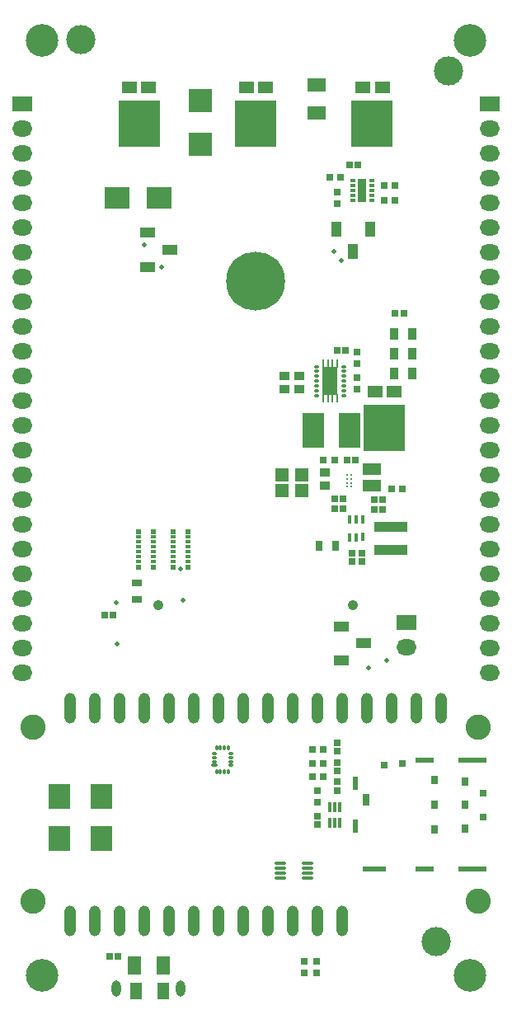
<source format=gbs>
G04*
G04 #@! TF.GenerationSoftware,Altium Limited,Altium Designer,22.7.1 (60)*
G04*
G04 Layer_Color=16711935*
%FSLAX25Y25*%
%MOIN*%
G70*
G04*
G04 #@! TF.SameCoordinates,24E4937F-31BC-4FDA-B361-D206D476748A*
G04*
G04*
G04 #@! TF.FilePolarity,Negative*
G04*
G01*
G75*
%ADD33C,0.11811*%
%ADD34R,0.08071X0.06496*%
%ADD35O,0.08071X0.06496*%
%ADD36O,0.03740X0.06496*%
%ADD37C,0.04134*%
%ADD38C,0.23819*%
G04:AMPARAMS|DCode=39|XSize=45.28mil|YSize=124.02mil|CornerRadius=22.64mil|HoleSize=0mil|Usage=FLASHONLY|Rotation=0.000|XOffset=0mil|YOffset=0mil|HoleType=Round|Shape=RoundedRectangle|*
%AMROUNDEDRECTD39*
21,1,0.04528,0.07874,0,0,0.0*
21,1,0.00000,0.12402,0,0,0.0*
1,1,0.04528,0.00000,-0.03937*
1,1,0.04528,0.00000,-0.03937*
1,1,0.04528,0.00000,0.03937*
1,1,0.04528,0.00000,0.03937*
%
%ADD39ROUNDEDRECTD39*%
G04:AMPARAMS|DCode=40|XSize=47.64mil|YSize=124.02mil|CornerRadius=23.82mil|HoleSize=0mil|Usage=FLASHONLY|Rotation=0.000|XOffset=0mil|YOffset=0mil|HoleType=Round|Shape=RoundedRectangle|*
%AMROUNDEDRECTD40*
21,1,0.04764,0.07638,0,0,0.0*
21,1,0.00000,0.12402,0,0,0.0*
1,1,0.04764,0.00000,-0.03819*
1,1,0.04764,0.00000,-0.03819*
1,1,0.04764,0.00000,0.03819*
1,1,0.04764,0.00000,0.03819*
%
%ADD40ROUNDEDRECTD40*%
%ADD41C,0.10197*%
%ADD42C,0.13189*%
%ADD43C,0.01968*%
%ADD112R,0.05709X0.05315*%
%ADD113R,0.06496X0.04134*%
G04:AMPARAMS|DCode=114|XSize=20.2mil|YSize=10.63mil|CornerRadius=2.07mil|HoleSize=0mil|Usage=FLASHONLY|Rotation=270.000|XOffset=0mil|YOffset=0mil|HoleType=Round|Shape=RoundedRectangle|*
%AMROUNDEDRECTD114*
21,1,0.02020,0.00650,0,0,270.0*
21,1,0.01606,0.01063,0,0,270.0*
1,1,0.00413,-0.00325,-0.00803*
1,1,0.00413,-0.00325,0.00803*
1,1,0.00413,0.00325,0.00803*
1,1,0.00413,0.00325,-0.00803*
%
%ADD114ROUNDEDRECTD114*%
G04:AMPARAMS|DCode=115|XSize=24.1mil|YSize=10.83mil|CornerRadius=2.09mil|HoleSize=0mil|Usage=FLASHONLY|Rotation=0.000|XOffset=0mil|YOffset=0mil|HoleType=Round|Shape=RoundedRectangle|*
%AMROUNDEDRECTD115*
21,1,0.02410,0.00664,0,0,0.0*
21,1,0.01991,0.01083,0,0,0.0*
1,1,0.00418,0.00996,-0.00332*
1,1,0.00418,-0.00996,-0.00332*
1,1,0.00418,-0.00996,0.00332*
1,1,0.00418,0.00996,0.00332*
%
%ADD115ROUNDEDRECTD115*%
G04:AMPARAMS|DCode=116|XSize=20.2mil|YSize=10.63mil|CornerRadius=2.07mil|HoleSize=0mil|Usage=FLASHONLY|Rotation=0.000|XOffset=0mil|YOffset=0mil|HoleType=Round|Shape=RoundedRectangle|*
%AMROUNDEDRECTD116*
21,1,0.02020,0.00650,0,0,0.0*
21,1,0.01606,0.01063,0,0,0.0*
1,1,0.00413,0.00803,-0.00325*
1,1,0.00413,-0.00803,-0.00325*
1,1,0.00413,-0.00803,0.00325*
1,1,0.00413,0.00803,0.00325*
%
%ADD116ROUNDEDRECTD116*%
%ADD117R,0.04134X0.06496*%
%ADD118R,0.09252X0.09252*%
%ADD119R,0.02165X0.01181*%
%ADD120R,0.03504X0.09646*%
%ADD121R,0.08858X0.13976*%
%ADD122C,0.01161*%
%ADD123R,0.05906X0.04724*%
%ADD124R,0.16535X0.18504*%
%ADD125R,0.00984X0.03248*%
%ADD126R,0.06417X0.11417*%
%ADD127O,0.02559X0.01142*%
%ADD128R,0.01378X0.04095*%
G04:AMPARAMS|DCode=129|XSize=46.06mil|YSize=12.6mil|CornerRadius=2.31mil|HoleSize=0mil|Usage=FLASHONLY|Rotation=0.000|XOffset=0mil|YOffset=0mil|HoleType=Round|Shape=RoundedRectangle|*
%AMROUNDEDRECTD129*
21,1,0.04606,0.00797,0,0,0.0*
21,1,0.04144,0.01260,0,0,0.0*
1,1,0.00463,0.02072,-0.00399*
1,1,0.00463,-0.02072,-0.00399*
1,1,0.00463,-0.02072,0.00399*
1,1,0.00463,0.02072,0.00399*
%
%ADD129ROUNDEDRECTD129*%
%ADD130R,0.02221X0.01925*%
%ADD131R,0.02221X0.01236*%
%ADD132R,0.04921X0.06693*%
%ADD133R,0.03150X0.02559*%
%ADD134R,0.01575X0.03347*%
%ADD135R,0.01575X0.03740*%
%ADD136R,0.02953X0.02953*%
%ADD137R,0.02165X0.05709*%
%ADD138R,0.02953X0.03150*%
%ADD139R,0.07677X0.01968*%
%ADD140R,0.02953X0.03740*%
%ADD141R,0.02756X0.04921*%
%ADD142R,0.09646X0.01968*%
%ADD143R,0.11614X0.01968*%
%ADD144R,0.02559X0.02559*%
%ADD145R,0.13583X0.04055*%
%ADD146R,0.04134X0.02953*%
%ADD147R,0.08661X0.09843*%
%ADD148R,0.03543X0.04528*%
%ADD149R,0.05315X0.07284*%
%ADD150R,0.04134X0.03740*%
%ADD151R,0.02559X0.02717*%
%ADD152R,0.07362X0.04921*%
%ADD153R,0.07284X0.05315*%
%ADD154R,0.02717X0.02559*%
%ADD155R,0.09843X0.08661*%
%ADD156R,0.02953X0.04134*%
%ADD157R,0.02559X0.03150*%
D33*
X172754Y27500D02*
D03*
X29254Y392000D02*
D03*
X177754Y379500D02*
D03*
D34*
X161000Y156500D02*
D03*
X5512Y366142D02*
D03*
X194488D02*
D03*
D35*
X161000Y146500D02*
D03*
X5512Y356142D02*
D03*
Y346142D02*
D03*
Y336142D02*
D03*
Y326142D02*
D03*
Y316142D02*
D03*
Y306142D02*
D03*
Y296142D02*
D03*
Y286142D02*
D03*
Y276142D02*
D03*
Y266142D02*
D03*
Y256142D02*
D03*
Y246142D02*
D03*
Y236142D02*
D03*
Y226142D02*
D03*
Y216142D02*
D03*
Y206142D02*
D03*
Y196142D02*
D03*
Y186142D02*
D03*
Y176142D02*
D03*
Y166142D02*
D03*
Y156142D02*
D03*
Y146142D02*
D03*
Y136142D02*
D03*
X194488Y356142D02*
D03*
Y346142D02*
D03*
Y336142D02*
D03*
Y326142D02*
D03*
Y316142D02*
D03*
Y306142D02*
D03*
Y296142D02*
D03*
Y286142D02*
D03*
Y276142D02*
D03*
Y266142D02*
D03*
Y256142D02*
D03*
Y246142D02*
D03*
Y236142D02*
D03*
Y226142D02*
D03*
Y216142D02*
D03*
Y206142D02*
D03*
Y196142D02*
D03*
Y186142D02*
D03*
Y176142D02*
D03*
Y166142D02*
D03*
Y156142D02*
D03*
Y146142D02*
D03*
Y136142D02*
D03*
D36*
X43701Y8268D02*
D03*
X69685D02*
D03*
D37*
X139370Y163386D02*
D03*
X60630D02*
D03*
D38*
X100000Y294291D02*
D03*
D39*
X25000Y121740D02*
D03*
X35000D02*
D03*
X45000D02*
D03*
X55000D02*
D03*
X65000D02*
D03*
X75000D02*
D03*
X85000D02*
D03*
X95000D02*
D03*
X105000D02*
D03*
X165000D02*
D03*
X155000D02*
D03*
X145000D02*
D03*
X135000D02*
D03*
X125000D02*
D03*
X115000D02*
D03*
X125000Y35740D02*
D03*
X115000D02*
D03*
X105000D02*
D03*
X95000D02*
D03*
X85000D02*
D03*
X75000D02*
D03*
X65000D02*
D03*
X55000D02*
D03*
X45000D02*
D03*
X35000D02*
D03*
X25000D02*
D03*
X135000D02*
D03*
D40*
X175000Y121740D02*
D03*
D41*
X10000Y43740D02*
D03*
Y114016D02*
D03*
X190000D02*
D03*
Y43740D02*
D03*
D42*
X186614Y391732D02*
D03*
X13386Y13780D02*
D03*
X186614D02*
D03*
X13386Y391732D02*
D03*
D43*
X62005Y300000D02*
D03*
X43500Y164500D02*
D03*
X43861Y147674D02*
D03*
X69500Y178000D02*
D03*
X70500Y165500D02*
D03*
X153000Y141000D02*
D03*
X145500Y138000D02*
D03*
X55000Y309000D02*
D03*
X134500Y302706D02*
D03*
X131500Y306500D02*
D03*
D112*
X110500Y216150D02*
D03*
Y209850D02*
D03*
X118500Y216150D02*
D03*
Y209850D02*
D03*
D113*
X143528Y148000D02*
D03*
X134472Y141110D02*
D03*
Y154890D02*
D03*
X65158Y307063D02*
D03*
X56102Y300173D02*
D03*
Y313953D02*
D03*
D114*
X84138Y105902D02*
D03*
X85713D02*
D03*
X87287D02*
D03*
X88862D02*
D03*
Y96098D02*
D03*
X87287D02*
D03*
X85713D02*
D03*
X84138D02*
D03*
D115*
X83370Y98638D02*
D03*
D116*
X83173Y100213D02*
D03*
Y101787D02*
D03*
Y103362D02*
D03*
X89827D02*
D03*
Y101787D02*
D03*
Y100213D02*
D03*
Y98638D02*
D03*
D117*
X139370Y306472D02*
D03*
X132480Y315528D02*
D03*
X146260D02*
D03*
D118*
X77500Y367358D02*
D03*
Y349642D02*
D03*
D119*
X146740Y327063D02*
D03*
X139260D02*
D03*
X146740Y329031D02*
D03*
X139260D02*
D03*
X146740Y331000D02*
D03*
X139260D02*
D03*
X146740Y332968D02*
D03*
X139260D02*
D03*
X146740Y334937D02*
D03*
X139260D02*
D03*
D120*
X143000Y331000D02*
D03*
D121*
X123216Y234000D02*
D03*
X137784D02*
D03*
D122*
X136925Y211276D02*
D03*
Y212850D02*
D03*
Y214425D02*
D03*
Y216000D02*
D03*
X138500Y211276D02*
D03*
Y212850D02*
D03*
Y214425D02*
D03*
Y216000D02*
D03*
D123*
X143366Y372764D02*
D03*
X151122D02*
D03*
X148122Y249827D02*
D03*
X155878D02*
D03*
X48878Y372764D02*
D03*
X56634D02*
D03*
X103878D02*
D03*
X96122D02*
D03*
D124*
X146744Y358000D02*
D03*
X152000Y235063D02*
D03*
X52756Y358000D02*
D03*
X100000D02*
D03*
D125*
X127284Y261087D02*
D03*
X129095D02*
D03*
X130905D02*
D03*
X132717D02*
D03*
Y246913D02*
D03*
X130905D02*
D03*
X129095D02*
D03*
X127284D02*
D03*
D126*
X130000Y254000D02*
D03*
D127*
X124488Y259906D02*
D03*
Y257937D02*
D03*
Y255968D02*
D03*
Y254000D02*
D03*
Y252031D02*
D03*
Y250063D02*
D03*
Y248095D02*
D03*
X135512D02*
D03*
Y250063D02*
D03*
Y252031D02*
D03*
Y254000D02*
D03*
Y255968D02*
D03*
Y257937D02*
D03*
Y259906D02*
D03*
D128*
X130032Y75331D02*
D03*
X132000D02*
D03*
X133968D02*
D03*
X132000Y81669D02*
D03*
X130032D02*
D03*
X133968D02*
D03*
D129*
X109968Y53047D02*
D03*
Y55016D02*
D03*
Y56984D02*
D03*
Y58953D02*
D03*
X121031D02*
D03*
Y56984D02*
D03*
Y55016D02*
D03*
Y53047D02*
D03*
D130*
X72453Y178766D02*
D03*
Y193234D02*
D03*
X66547D02*
D03*
Y178766D02*
D03*
X58453D02*
D03*
Y193234D02*
D03*
X52547D02*
D03*
Y178766D02*
D03*
D131*
X72453Y181079D02*
D03*
Y188953D02*
D03*
Y183047D02*
D03*
Y185016D02*
D03*
Y186984D02*
D03*
Y190921D02*
D03*
X66547D02*
D03*
Y186984D02*
D03*
Y185016D02*
D03*
Y183047D02*
D03*
Y188953D02*
D03*
Y181079D02*
D03*
X58453D02*
D03*
Y188953D02*
D03*
Y183047D02*
D03*
Y185016D02*
D03*
Y186984D02*
D03*
Y190921D02*
D03*
X52547D02*
D03*
Y186984D02*
D03*
Y185016D02*
D03*
Y183047D02*
D03*
Y188953D02*
D03*
Y181079D02*
D03*
D132*
X62512Y7283D02*
D03*
X51488D02*
D03*
D133*
X154736Y210500D02*
D03*
X159264D02*
D03*
X129736Y336500D02*
D03*
X134264D02*
D03*
X151736Y333000D02*
D03*
X156264D02*
D03*
Y327000D02*
D03*
X151736D02*
D03*
X127264Y99500D02*
D03*
X122736D02*
D03*
X127264Y105000D02*
D03*
X122736D02*
D03*
X127264Y94000D02*
D03*
X122736D02*
D03*
X127236Y222000D02*
D03*
X131764D02*
D03*
D134*
X143059Y198000D02*
D03*
X140500D02*
D03*
X137941D02*
D03*
Y190795D02*
D03*
X140500D02*
D03*
D135*
X143059Y190992D02*
D03*
D136*
X159055Y99410D02*
D03*
D137*
X140354Y91260D02*
D03*
Y73937D02*
D03*
D138*
X151969Y98721D02*
D03*
D139*
X168307Y100689D02*
D03*
Y56693D02*
D03*
D140*
X172165Y92598D02*
D03*
X184646Y92205D02*
D03*
Y82598D02*
D03*
X172165D02*
D03*
Y72598D02*
D03*
X184646Y72992D02*
D03*
D141*
X144587Y84764D02*
D03*
D142*
X148031Y56693D02*
D03*
D143*
X187402Y100689D02*
D03*
Y56693D02*
D03*
D144*
X191929Y87402D02*
D03*
Y77795D02*
D03*
D145*
X154500Y185835D02*
D03*
Y195165D02*
D03*
D146*
X52000Y165654D02*
D03*
Y172346D02*
D03*
D147*
X37500Y69035D02*
D03*
Y85965D02*
D03*
X20500D02*
D03*
Y69035D02*
D03*
D148*
X155858Y257000D02*
D03*
X163142D02*
D03*
X155858Y265000D02*
D03*
X163142D02*
D03*
X155858Y273000D02*
D03*
X163142D02*
D03*
D149*
X62402Y17857D02*
D03*
X50984D02*
D03*
D150*
X117500Y250842D02*
D03*
Y256157D02*
D03*
X128000Y211842D02*
D03*
Y217158D02*
D03*
X111500Y250842D02*
D03*
Y256157D02*
D03*
D151*
X156268Y281500D02*
D03*
X159732D02*
D03*
X137768Y341500D02*
D03*
X141232D02*
D03*
X40768Y21500D02*
D03*
X44232D02*
D03*
X42232Y159500D02*
D03*
X38768D02*
D03*
X147768Y202000D02*
D03*
X151232D02*
D03*
Y206000D02*
D03*
X147768D02*
D03*
X136232Y266500D02*
D03*
X132768D02*
D03*
X136768Y222000D02*
D03*
X140232D02*
D03*
X131768Y206500D02*
D03*
X135232D02*
D03*
X135232Y202500D02*
D03*
X131768D02*
D03*
D152*
X147000Y218386D02*
D03*
Y211614D02*
D03*
D153*
X124500Y373709D02*
D03*
Y362291D02*
D03*
D154*
X125000Y74768D02*
D03*
Y78232D02*
D03*
X133000Y96268D02*
D03*
Y99732D02*
D03*
Y107732D02*
D03*
Y104268D02*
D03*
Y88535D02*
D03*
Y92000D02*
D03*
X143000Y184465D02*
D03*
Y181000D02*
D03*
X139000D02*
D03*
Y184465D02*
D03*
D155*
X60965Y328000D02*
D03*
X44035D02*
D03*
D156*
X132346Y187500D02*
D03*
X125654D02*
D03*
D157*
X133000Y325736D02*
D03*
Y330264D02*
D03*
X125000Y88264D02*
D03*
Y83736D02*
D03*
X119500Y19264D02*
D03*
Y14736D02*
D03*
X124500Y19264D02*
D03*
Y14736D02*
D03*
X141000Y250736D02*
D03*
Y255264D02*
D03*
Y265764D02*
D03*
Y261236D02*
D03*
M02*

</source>
